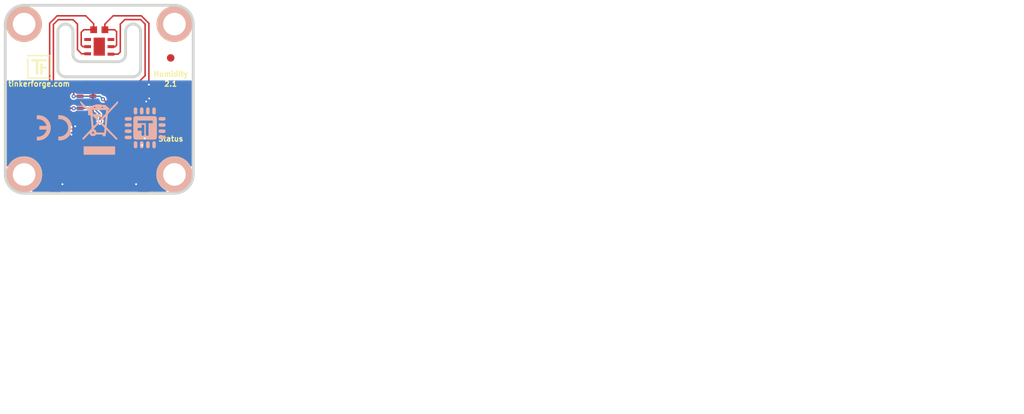
<source format=kicad_pcb>
(kicad_pcb (version 20221018) (generator pcbnew)
  (title_block (title "Humidity Bricklet") (date "2017-05-08") (rev "2.0") (company "Tinkerforge GmbH") (comment 1 "Licensed under CERN OHL v.1.1") (comment 2 "Copyright (©) 2017, B.Nordmeyer <bastian@tinkerforge.com>"))
  (layers (0 "F.Cu" signal) (31 "B.Cu" signal) (34 "B.Paste" user) (35 "F.Paste" user) (36 "B.SilkS" user "B.Silkscreen") (37 "F.SilkS" user "F.Silkscreen") (38 "B.Mask" user) (39 "F.Mask" user) (44 "Edge.Cuts" user))
  (net 0 "")
  (net 1 "GND")
  (net 2 "VCC")
  (net 3 "Net-(D101-Pad2)")
  (net 4 "Net-(P101-Pad4)")
  (net 5 "Net-(P101-Pad5)")
  (net 6 "Net-(P101-Pad6)")
  (net 7 "Net-(C102-Pad2)")
  (net 8 "Net-(R101-Pad1)")
  (net 9 "SDA")
  (net 10 "SCL")
  (net 11 "S-MISO")
  (net 12 "S-CS")
  (net 13 "S-CLK")
  (net 14 "S-MOSI")
  (net 15 "Net-(P102-Pad1)")
  (net 16 "Net-(P103-Pad2)")
  (net 17 "+5V")
  (net 18 "Net-(RP102-Pad6)")
  (net 19 "Net-(RP102-Pad8)")
  (net 20 "Net-(U101-Pad2)")
  (net 21 "Net-(U101-Pad3)")
  (net 22 "Net-(U101-Pad5)")
  (net 23 "Net-(U101-Pad6)")
  (net 24 "Net-(U101-Pad8)")
  (net 25 "Net-(U101-Pad11)")
  (net 26 "Net-(U101-Pad12)")
  (net 27 "Net-(U101-Pad13)")
  (net 28 "Net-(U101-Pad14)")
  (net 29 "Net-(U101-Pad16)")
  (net 30 "Net-(U101-Pad18)")
  (net 31 "Net-(U101-Pad20)")
  (net 32 "Net-(U101-Pad21)")
  (net 33 "Net-(U102-Pad3)")
  (net 34 "Net-(U102-Pad4)")
  (footprint "kicad-libraries:DRILL_NP" (layer "F.Cu") (at 142.6 106 -90)
    (fp_text reference "U106" hide)
    (fp_text value "DRILL" hide)
    (pad "" np_thru_hole circle (at 0 0 270) (size 2.99974 2.99974) (drill 2.99974) (layers "*.Cu" "*.Mask" "F.SilkS") (clearance 0.89916))
  )
  (footprint "kicad-libraries:DRILL_NP" (layer "F.Cu") (at 162.6 106 -90)
    (fp_text reference "U105" hide)
    (fp_text value "DRILL" hide)
    (pad "" np_thru_hole circle (at 0 0 270) (size 2.99974 2.99974) (drill 2.99974) (layers "*.Cu" "*.Mask" "F.SilkS") (clearance 0.89916))
  )
  (footprint "kicad-libraries:DRILL_NP" (layer "F.Cu") (at 142.6 126 -90)
    (fp_text reference "U104" hide)
    (fp_text value "DRILL" hide)
    (pad "" np_thru_hole circle (at 0 0 270) (size 2.99974 2.99974) (drill 2.99974) (layers "*.Cu" "*.Mask" "F.SilkS") (clearance 0.89916))
  )
  (footprint "kicad-libraries:DRILL_NP" (layer "F.Cu") (at 162.6 126 -90)
    (fp_text reference "U103" hide)
    (fp_text value "DRILL" hide)
    (pad "" np_thru_hole circle (at 0 0 270) (size 2.99974 2.99974) (drill 2.99974) (layers "*.Cu" "*.Mask" "F.SilkS") (clearance 0.89916))
  )
  (footprint "kicad-libraries:0603X4" (layer "F.Cu") (at 150.9 116.8 -90)
    (fp_text reference "RP102")
    (fp_text value "4k7")
    (pad "1" smd rect (at 1.19888 -0.8509 270) (size 0.44958 0.89916) (layers "F.Cu" "F.Paste" "F.Mask") (net 2 "VCC"))
    (pad "2" smd rect (at 0.39878 -0.8509 270) (size 0.44958 0.89916) (layers "F.Cu" "F.Paste" "F.Mask") (net 2 "VCC"))
    (pad "3" smd rect (at -0.39878 -0.8509 270) (size 0.44958 0.89916) (layers "F.Cu" "F.Paste" "F.Mask") (net 2 "VCC"))
    (pad "4" smd rect (at -1.19888 -0.8509 270) (size 0.44958 0.89916) (layers "F.Cu" "F.Paste" "F.Mask") (net 2 "VCC"))
    (pad "5" smd rect (at -1.19888 0.8509 270) (size 0.44958 0.89916) (layers "F.Cu" "F.Paste" "F.Mask") (net 9 "SDA"))
    (pad "6" smd rect (at -0.39878 0.8509 270) (size 0.44958 0.89916) (layers "F.Cu" "F.Paste" "F.Mask") (net 18 "Net-(RP102-Pad6)"))
    (pad "7" smd rect (at 0.39878 0.8509 270) (size 0.44958 0.89916) (layers "F.Cu" "F.Paste" "F.Mask") (net 10 "SCL"))
    (pad "8" smd rect (at 1.19888 0.8509 270) (size 0.44958 0.89916) (layers "F.Cu" "F.Paste" "F.Mask") (net 19 "Net-(RP102-Pad8)"))
  )
  (footprint "kicad-libraries:4X0402" (layer "F.Cu") (at 154.5 121.6)
    (fp_text reference "RP101")
    (fp_text value "82")
    (pad "1" smd rect (at -0.7493 0.575 180) (size 0.29972 0.65) (layers "F.Cu" "F.Paste" "F.Mask") (net 4 "Net-(P101-Pad4)"))
    (pad "2" smd rect (at -0.24892 0.575 180) (size 0.29972 0.65) (layers "F.Cu" "F.Paste" "F.Mask") (net 5 "Net-(P101-Pad5)"))
    (pad "3" smd rect (at 0.24892 0.575 180) (size 0.29972 0.65) (layers "F.Cu" "F.Paste" "F.Mask") (net 6 "Net-(P101-Pad6)"))
    (pad "4" smd rect (at 0.7493 0.575 180) (size 0.29972 0.65) (layers "F.Cu" "F.Paste" "F.Mask") (net 7 "Net-(C102-Pad2)"))
    (pad "5" smd rect (at 0.7493 -0.575) (size 0.29972 0.65) (layers "F.Cu" "F.Paste" "F.Mask") (net 11 "S-MISO"))
    (pad "6" smd rect (at 0.24892 -0.575) (size 0.29972 0.65) (layers "F.Cu" "F.Paste" "F.Mask") (net 14 "S-MOSI"))
    (pad "7" smd rect (at -0.24892 -0.575) (size 0.29972 0.65) (layers "F.Cu" "F.Paste" "F.Mask") (net 13 "S-CLK"))
    (pad "8" smd rect (at -0.7493 -0.575) (size 0.29972 0.65) (layers "F.Cu" "F.Paste" "F.Mask") (net 12 "S-CS"))
  )
  (footprint "kicad-libraries:R0603F" (layer "F.Cu") (at 162.1 118.5 180)
    (fp_text reference "R101")
    (fp_text value "1k")
    (pad "1" smd rect (at -0.75 0 180) (size 0.9 0.9) (layers "F.Cu" "F.Paste" "F.Mask") (net 8 "Net-(R101-Pad1)"))
    (pad "2" smd rect (at 0.75 0 180) (size 0.9 0.9) (layers "F.Cu" "F.Paste" "F.Mask") (net 3 "Net-(D101-Pad2)"))
  )
  (footprint "kicad-libraries:CON-SENSOR2" (layer "F.Cu") (at 152.6 128.5)
    (fp_text reference "P101")
    (fp_text value "CON-SENSOR2")
    (pad "1" smd rect (at -3.75 -4.6) (size 0.6 1.8) (layers "F.Cu" "F.Paste" "F.Mask") (net 17 "+5V"))
    (pad "2" smd rect (at -2.5 -4.6) (size 0.6 1.8) (layers "F.Cu" "F.Paste" "F.Mask") (net 1 "GND"))
    (pad "3" smd rect (at -1.25 -4.6) (size 0.6 1.8) (layers "F.Cu" "F.Paste" "F.Mask") (net 2 "VCC"))
    (pad "4" smd rect (at 0 -4.6) (size 0.6 1.8) (layers "F.Cu" "F.Paste" "F.Mask") (net 4 "Net-(P101-Pad4)"))
    (pad "5" smd rect (at 1.25 -4.6) (size 0.6 1.8) (layers "F.Cu" "F.Paste" "F.Mask") (net 5 "Net-(P101-Pad5)"))
    (pad "6" smd rect (at 2.5 -4.6) (size 0.6 1.8) (layers "F.Cu" "F.Paste" "F.Mask") (net 6 "Net-(P101-Pad6)"))
    (pad "7" smd rect (at 3.75 -4.6) (size 0.6 1.8) (layers "F.Cu" "F.Paste" "F.Mask") (net 7 "Net-(C102-Pad2)"))
    (pad "EP" smd rect (at -5.9 -1.2) (size 1.4 2.4) (layers "F.Cu" "F.Paste" "F.Mask") (net 1 "GND"))
    (pad "EP" smd rect (at 5.9 -1.2) (size 1.4 2.4) (layers "F.Cu" "F.Paste" "F.Mask") (net 1 "GND"))
  )
  (footprint "kicad-libraries:D0603F" (layer "F.Cu") (at 162.1 120 180)
    (fp_text reference "D101")
    (fp_text value "blue")
    (pad "1" smd rect (at -0.75 0 180) (size 0.9 0.9) (layers "F.Cu" "F.Paste" "F.Mask") (net 2 "VCC"))
    (pad "2" smd rect (at 0.75 0 180) (size 0.9 0.9) (layers "F.Cu" "F.Paste" "F.Mask") (net 3 "Net-(D101-Pad2)"))
  )
  (footprint "kicad-libraries:C0603F" (layer "F.Cu") (at 152.6 106.75)
    (fp_text reference "C105")
    (fp_text value "100nF")
    (pad "1" smd rect (at -0.75 0) (size 0.9 0.9) (layers "F.Cu" "F.Paste" "F.Mask") (net 2 "VCC"))
    (pad "2" smd rect (at 0.75 0) (size 0.9 0.9) (layers "F.Cu" "F.Paste" "F.Mask") (net 1 "GND"))
  )
  (footprint "kicad-libraries:C0603F" (layer "F.Cu") (at 158.1 115.1 -45)
    (fp_text reference "C104")
    (fp_text value "100nF")
    (pad "1" smd rect (at -0.75 0 315) (size 0.9 0.9) (layers "F.Cu" "F.Paste" "F.Mask") (net 2 "VCC"))
    (pad "2" smd rect (at 0.75 0 315) (size 0.9 0.9) (layers "F.Cu" "F.Paste" "F.Mask") (net 1 "GND"))
  )
  (footprint "kicad-libraries:C0603F" (layer "F.Cu") (at 150.4 120.4)
    (fp_text reference "C103")
    (fp_text value "1uF")
    (pad "1" smd rect (at -0.75 0) (size 0.9 0.9) (layers "F.Cu" "F.Paste" "F.Mask") (net 1 "GND"))
    (pad "2" smd rect (at 0.75 0) (size 0.9 0.9) (layers "F.Cu" "F.Paste" "F.Mask") (net 2 "VCC"))
  )
  (footprint "kicad-libraries:C0402F" (layer "F.Cu") (at 157 122.1 180)
    (fp_text reference "C102")
    (fp_text value "220pF")
    (pad "1" smd rect (at -0.5 0 180) (size 0.6 0.7) (layers "F.Cu" "F.Paste" "F.Mask") (net 1 "GND"))
    (pad "2" smd rect (at 0.5 0 180) (size 0.6 0.7) (layers "F.Cu" "F.Paste" "F.Mask") (net 7 "Net-(C102-Pad2)"))
  )
  (footprint "kicad-libraries:C0805" (layer "F.Cu") (at 150.2 121.9)
    (fp_text reference "C101")
    (fp_text value "10uF")
    (pad "1" smd rect (at -1.00076 0) (size 1.00076 1.24968) (layers "F.Cu" "F.Paste" "F.Mask") (net 1 "GND") (clearance 0.14986))
    (pad "2" smd rect (at 1.00076 0) (size 1.00076 1.24968) (layers "F.Cu" "F.Paste" "F.Mask") (net 2 "VCC") (clearance 0.14986))
  )
  (footprint "kicad-libraries:DFN6-30x30_humidity" (layer "F.Cu") (at 152.6 109 -90)
    (fp_text reference "U102")
    (fp_text value "HDC1080")
    (pad "1" smd rect (at 1 -1.55 270) (size 0.4 0.9) (layers "F.Cu" "F.Paste" "F.Mask") (net 9 "SDA"))
    (pad "2" smd rect (at 0 -1.55 270) (size 0.4 0.9) (layers "F.Cu" "F.Paste" "F.Mask") (net 1 "GND"))
    (pad "3" smd rect (at -0.95 -1.55 270) (size 0.4 0.9) (layers "F.Cu" "F.Paste" "F.Mask") (net 33 "Net-(U102-Pad3)"))
    (pad "4" smd rect (at -0.95 1.55 270) (size 0.4 0.9) (layers "F.Cu" "F.Paste" "F.Mask") (net 34 "Net-(U102-Pad4)"))
    (pad "5" smd rect (at 0 1.55 270) (size 0.4 0.9) (layers "F.Cu" "F.Paste" "F.Mask") (net 2 "VCC"))
    (pad "6" smd rect (at 0.95 1.55 270) (size 0.4 0.9) (layers "F.Cu" "F.Paste" "F.Mask") (net 10 "SCL"))
    (pad "EXP" smd rect (at 0 0 270) (size 2.4 1.5) (layers "F.Cu" "F.Paste" "F.Mask"))
  )
  (footprint "kicad-libraries:QFN24-4x4mm-0.5mm" (layer "F.Cu") (at 155.7 117.5 135)
    (fp_text reference "U101")
    (fp_text value "XMC1100-16")
    (pad "1" smd oval (at -2.025 -1.25 135) (size 1 0.3) (layers "F.Cu" "F.Paste" "F.Mask") (net 11 "S-MISO"))
    (pad "2" smd oval (at -2.025 -0.75 135) (size 1 0.3) (layers "F.Cu" "F.Paste" "F.Mask") (net 20 "Net-(U101-Pad2)"))
    (pad "3" smd oval (at -2.025 -0.25 135) (size 1 0.3) (layers "F.Cu" "F.Paste" "F.Mask") (net 21 "Net-(U101-Pad3)"))
    (pad "4" smd oval (at -2.025 0.25 135) (size 1 0.3) (layers "F.Cu" "F.Paste" "F.Mask") (net 16 "Net-(P103-Pad2)"))
    (pad "5" smd oval (at -2.025 0.75 135) (size 1 0.3) (layers "F.Cu" "F.Paste" "F.Mask") (net 22 "Net-(U101-Pad5)"))
    (pad "6" smd oval (at -2.025 1.25 135) (size 1 0.3) (layers "F.Cu" "F.Paste" "F.Mask") (net 23 "Net-(U101-Pad6)"))
    (pad "7" smd oval (at -1.25 2.025 225) (size 1 0.3) (layers "F.Cu" "F.Paste" "F.Mask") (net 8 "Net-(R101-Pad1)"))
    (pad "8" smd oval (at -0.75 2.025 225) (size 1 0.3) (layers "F.Cu" "F.Paste" "F.Mask") (net 24 "Net-(U101-Pad8)"))
    (pad "9" smd oval (at -0.25 2.025 225) (size 1 0.3) (layers "F.Cu" "F.Paste" "F.Mask") (net 1 "GND"))
    (pad "10" smd oval (at 0.25 2.025 225) (size 1 0.3) (layers "F.Cu" "F.Paste" "F.Mask") (net 2 "VCC"))
    (pad "11" smd oval (at 0.75 2.025 225) (size 1 0.3) (layers "F.Cu" "F.Paste" "F.Mask") (net 25 "Net-(U101-Pad11)"))
    (pad "12" smd oval (at 1.25 2.025 225) (size 1 0.3) (layers "F.Cu" "F.Paste" "F.Mask") (net 26 "Net-(U101-Pad12)"))
    (pad "13" smd oval (at 2.025 1.25 135) (size 1 0.3) (layers "F.Cu" "F.Paste" "F.Mask") (net 27 "Net-(U101-Pad13)"))
    (pad "14" smd oval (at 2.025 0.75 135) (size 1 0.3) (layers "F.Cu" "F.Paste" "F.Mask") (net 28 "Net-(U101-Pad14)"))
    (pad "15" smd oval (at 2.025 0.25 135) (size 1 0.3) (layers "F.Cu" "F.Paste" "F.Mask") (net 15 "Net-(P102-Pad1)"))
    (pad "16" smd oval (at 2.025 -0.25 135) (size 1 0.3) (layers "F.Cu" "F.Paste" "F.Mask") (net 29 "Net-(U101-Pad16)"))
    (pad "17" smd oval (at 2.025 -0.75 135) (size 1 0.3) (layers "F.Cu" "F.Paste" "F.Mask") (net 9 "SDA"))
    (pad "18" smd oval (at 2.025 -1.25 135) (size 1 0.3) (layers "F.Cu" "F.Paste" "F.Mask") (net 30 "Net-(U101-Pad18)"))
    (pad "19" smd oval (at 1.25 -2.025 225) (size 1 0.3) (layers "F.Cu" "F.Paste" "F.Mask") (net 10 "SCL"))
    (pad "20" smd oval (at 0.75 -2.025 225) (size 1 0.3) (layers "F.Cu" "F.Paste" "F.Mask") (net 31 "Net-(U101-Pad20)"))
    (pad "21" smd oval (at 0.25 -2.025 225) (size 1 0.3) (layers "F.Cu" "F.Paste" "F.Mask") (net 32 "Net-(U101-Pad21)"))
    (pad "22" smd oval (at -0.25 -2.025 225) (size 1 0.3) (layers "F.Cu" "F.Paste" "F.Mask") (net 12 "S-CS"))
    (pad "23" smd oval (at -0.75 -2.025 225) (size 1 0.3) (layers "F.Cu" "F.Paste" "F.Mask") (net 13 "S-CLK"))
    (pad "24" smd oval (at -1.25 -2.025 225) (size 1 0.3) (layers "F.Cu" "F.Paste" "F.Mask") (net 14 "S-MOSI"))
    (pad "EXP" smd rect (at -0.65 -0.65 135) (size 1.3 1.3) (layers "F.Cu" "F.Paste" "F.Mask") (net 1 "GND"))
    (pad "EXP" smd rect (at -0.65 0.65 135) (size 1.3 1.3) (layers "F.Cu" "F.Paste" "F.Mask") (net 1 "GND"))
    (pad "EXP" smd rect (at 0.65 -0.65 135) (size 1.3 1.3) (layers "F.Cu" "F.Paste" "F.Mask") (net 1 "GND"))
    (pad "EXP" smd rect (at 0.65 0.65 135) (size 1.3 1.3) (layers "F.Cu" "F.Paste" "F.Mask") (net 1 "GND"))
  )
  (footprint "kicad-libraries:SolderJumper" (layer "F.Cu") (at 158.65 120.15 90)
    (fp_text reference "P103")
    (fp_text value "BOOT")
    (pad "1" smd rect (at -0.5 0 90) (size 0.4 1.4) (layers "F.Cu" "F.Mask") (net 1 "GND"))
    (pad "1" smd rect (at -0.225 -0.55 90) (size 0.95 0.3) (layers "F.Cu" "F.Mask") (net 1 "GND"))
    (pad "1" smd rect (at -0.225 0.55 90) (size 0.95 0.3) (layers "F.Cu" "F.Mask") (net 1 "GND"))
    (pad "2" smd rect (at 0.15 0 90) (size 0.6 0.5) (layers "F.Cu" "F.Mask") (net 16 "Net-(P103-Pad2)"))
    (pad "2" smd rect (at 0.55 0 90) (size 0.3 1.4) (layers "F.Cu" "F.Mask") (net 16 "Net-(P103-Pad2)"))
  )
  (footprint "kicad-libraries:Logo_31x31" (layer "F.Cu") (at 143 110.1)
    (fp_text reference "G***" hide)
    (fp_text value "Logo_31x31" hide)
  )
  (footprint "kicad-libraries:Fiducial_Mark" (layer "F.Cu") (at 143.1 120.5 -90)
    (fp_text reference "Fiducial_Mark" hide)
    (fp_text value "VAL**" hide)
    (pad "1" smd circle (at 0 0 270) (size 1.00076 1.00076) (layers "F.Cu" "F.Paste" "F.Mask") (clearance 0.65024))
  )
  (footprint "kicad-libraries:Fiducial_Mark" (layer "F.Cu") (at 162.1 110.5 -90)
    (fp_text reference "Fiducial_Mark" hide)
    (fp_text value "VAL**" hide)
    (pad "1" smd circle (at 0 0 270) (size 1.00076 1.00076) (layers "F.Cu" "F.Paste" "F.Mask") (clearance 0.65024))
  )
  (footprint "kicad-libraries:DEBUG_PAD" (layer "F.Cu") (at 153.5 114.9 180)
    (fp_text reference "P102")
    (fp_text value "DEBUG")
    (pad "1" smd circle (at 0 0 180) (size 0.7 0.7) (layers "F.Cu" "F.Paste" "F.Mask") (net 15 "Net-(P102-Pad1)"))
  )
  (footprint "kicad-libraries:Fiducial_Mark" (layer "F.Cu") (at 143.1 115.5)
    (fp_text reference "Fiducial_Mark" hide)
    (fp_text value "VAL**" hide)
    (pad "1" smd circle (at 0 0) (size 1.00076 1.00076) (layers "F.Cu" "F.Paste" "F.Mask") (clearance 0.65024))
  )
  (footprint "kicad-libraries:Logo_CoMCU" (layer "B.Cu") (at 158.7 119.8 180)
    (fp_text reference "G***" hide)
    (fp_text value "LOGO" hide)
  )
  (footprint "kicad-libraries:WEEE_7mm" (layer "B.Cu") (at 152.6 119.8 180)
    (fp_text reference "G***" hide)
    (fp_text value "LOGO" hide)
  )
  (footprint "kicad-libraries:CE_5mm" (layer "B.Cu") (at 146.6 119.8 180)
    (fp_text reference "VAL" hide)
    (fp_text value "CE_5mm" hide)
  )
  (gr_line (start 142.6 128.5) (end 162.6 128.5) (stroke (width 0.381)) (layer "Edge.Cuts"))
  (gr_arc (start 165.1 126) (mid 164.367767 127.767767) (end 162.6 128.5) (stroke (width 0.381)) (layer "Edge.Cuts"))
  (gr_arc (start 142.6 128.5) (mid 140.832233 127.767767) (end 140.1 126) (stroke (width 0.381)) (layer "Edge.Cuts"))
  (gr_arc (start 162.6 103.5) (mid 164.367767 104.232233) (end 165.1 106) (stroke (width 0.381)) (layer "Edge.Cuts"))
  (gr_arc (start 150.1 111) (mid 149.392893 110.707107) (end 149.1 110) (stroke (width 0.381)) (layer "Edge.Cuts"))
  (gr_arc (start 147.1 107) (mid 147.392893 106.292893) (end 148.1 106) (stroke (width 0.381)) (layer "Edge.Cuts"))
  (gr_arc (start 140.1 106) (mid 140.832233 104.232233) (end 142.6 103.5) (stroke (width 0.381)) (layer "Edge.Cuts"))
  (gr_arc (start 156.1 110) (mid 155.807107 110.707107) (end 155.1 111) (stroke (width 0.381)) (layer "Edge.Cuts"))
  (gr_arc (start 148.1 113) (mid 147.392893 112.707107) (end 147.1 112) (stroke (width 0.381)) (layer "Edge.Cuts"))
  (gr_line (start 156.1 110) (end 156.1 107) (stroke (width 0.381)) (layer "Edge.Cuts"))
  (gr_arc (start 156.1 107) (mid 156.392893 106.292893) (end 157.1 106) (stroke (width 0.381)) (layer "Edge.Cuts"))
  (gr_line (start 158.1 107) (end 158.1 112) (stroke (width 0.381)) (layer "Edge.Cuts"))
  (gr_line (start 147.1 112) (end 147.1 107) (stroke (width 0.381)) (layer "Edge.Cuts"))
  (gr_arc (start 148.1 106) (mid 148.807107 106.292893) (end 149.1 107) (stroke (width 0.381)) (layer "Edge.Cuts"))
  (gr_line (start 165.1 106) (end 165.1 126) (stroke (width 0.381)) (layer "Edge.Cuts"))
  (gr_line (start 157.1 113) (end 148.1 113) (stroke (width 0.381)) (layer "Edge.Cuts"))
  (gr_line (start 142.6 103.5) (end 162.6 103.5) (stroke (width 0.381)) (layer "Edge.Cuts"))
  (gr_arc (start 157.1 106) (mid 157.807107 106.292893) (end 158.1 107) (stroke (width 0.381)) (layer "Edge.Cuts"))
  (gr_line (start 140.1 126) (end 140.1 106) (stroke (width 0.381)) (layer "Edge.Cuts"))
  (gr_line (start 150.1 111) (end 155.1 111) (stroke (width 0.381)) (layer "Edge.Cuts"))
  (gr_arc (start 158.1 112) (mid 157.807107 112.707107) (end 157.1 113) (stroke (width 0.381)) (layer "Edge.Cuts"))
  (gr_line (start 149.1 107) (end 149.1 110) (stroke (width 0.381)) (layer "Edge.Cuts"))
  (gr_text "2.1" (at 162.1 113.95) (layer "F.SilkS") (effects (font (size 0.7 0.7))))
  (gr_text "Status" (at 162.1 121.25) (layer "F.SilkS") (effects (font (size 0.7 0.7))))
  (gr_text "tinkerforge.com" (at 144.6 113.95) (layer "F.SilkS") (effects (font (size 0.7 0.7))))
  (gr_text "Humidity" (at 162.1 112.65) (layer "F.SilkS") (effects (font (size 0.7 0.7))))
  (segment (start 158.46066 115.8) (end 158.63033 115.63033) (width 0.25) (layer "F.Cu") (net 1))
  (segment (start 157.753553 115.8) (end 158.46066 115.8) (width 0.25) (layer "F.Cu") (net 1))
  (segment (start 157.308668 116.244885) (end 157.753553 115.8) (width 0.25) (layer "F.Cu") (net 1))
  (segment (start 149.2 120.4) (end 148.9 120.7) (width 0.5) (layer "F.Cu") (net 1))
  (segment (start 149.65 120.4) (end 149.2 120.4) (width 0.5) (layer "F.Cu") (net 1))
  (segment (start 149.1 120.4) (end 148.9 120.2) (width 0.5) (layer "F.Cu") (net 1))
  (segment (start 149.65 120.4) (end 149.1 120.4) (width 0.5) (layer "F.Cu") (net 1))
  (segment (start 149 119.7) (end 148.9 119.7) (width 0.5) (layer "F.Cu") (net 1))
  (segment (start 149.65 120.35) (end 149 119.7) (width 0.5) (layer "F.Cu") (net 1))
  (segment (start 149.65 120.4) (end 149.65 120.35) (width 0.5) (layer "F.Cu") (net 1))
  (segment (start 149.65 119.85) (end 149.4 119.6) (width 0.5) (layer "F.Cu") (net 1))
  (segment (start 149.65 120.4) (end 149.65 119.85) (width 0.5) (layer "F.Cu") (net 1))
  (segment (start 149.19924 122.39924) (end 149.19924 121.9) (width 0.5) (layer "F.Cu") (net 1))
  (segment (start 150.1 123.3) (end 149.19924 122.39924) (width 0.5) (layer "F.Cu") (net 1))
  (segment (start 150.1 123.9) (end 150.1 123.3) (width 0.5) (layer "F.Cu") (net 1))
  (segment (start 149.65 120.85) (end 149.65 120.4) (width 0.5) (layer "F.Cu") (net 1))
  (segment (start 149.19924 121.30076) (end 149.65 120.85) (width 0.5) (layer "F.Cu") (net 1))
  (segment (start 149.19924 121.9) (end 149.19924 121.30076) (width 0.5) (layer "F.Cu") (net 1))
  (segment (start 146.7 127.3) (end 147.7 127.3) (width 0.5) (layer "F.Cu") (net 1))
  (segment (start 158.5 127.3) (end 157.5 127.3) (width 0.5) (layer "F.Cu") (net 1))
  (segment (start 157.65 122.1) (end 158.3 122.1) (width 0.5) (layer "F.Cu") (net 1))
  (segment (start 155.7 118.419239) (end 156.619239 117.5) (width 0.25) (layer "F.Cu") (net 1))
  (segment (start 154.780761 117.5) (end 155.7 116.580761) (width 0.25) (layer "F.Cu") (net 1))
  (segment (start 156.619239 117.5) (end 155.7 116.580761) (width 0.25) (layer "F.Cu") (net 1))
  (segment (start 156.619239 116.934314) (end 156.619239 117.5) (width 0.25) (layer "F.Cu") (net 1))
  (segment (start 157.308668 116.244885) (end 156.619239 116.934314) (width 0.25) (layer "F.Cu") (net 1))
  (segment (start 158.65 120.65) (end 158.65 121.2) (width 0.25) (layer "F.Cu") (net 1))
  (segment (start 159.2 120.35) (end 159.2 120.375) (width 0.25) (layer "F.Cu") (net 1))
  (segment (start 159.2 120.65) (end 159.2 120.35) (width 0.25) (layer "F.Cu") (net 1))
  (segment (start 158.65 120.65) (end 159.2 120.65) (width 0.25) (layer "F.Cu") (net 1))
  (segment (start 158.1 120.35) (end 158.1 120.375) (width 0.25) (layer "F.Cu") (net 1))
  (segment (start 158.1 120.65) (end 158.1 120.35) (width 0.25) (layer "F.Cu") (net 1))
  (segment (start 158.65 120.65) (end 158.1 120.65) (width 0.25) (layer "F.Cu") (net 1))
  (segment (start 158.2 104.9) (end 159.2 105.9) (width 0.2) (layer "F.Cu") (net 1))
  (segment (start 159.130764 116.019238) (end 159.250002 115.9) (width 0.5) (layer "F.Cu") (net 1))
  (segment (start 159.2 105.9) (end 159.2 113.661092) (width 0.2) (layer "F.Cu") (net 1))
  (segment (start 154.9 107) (end 154.9 108.8) (width 0.2) (layer "F.Cu") (net 1))
  (segment (start 158.63033 115.63033) (end 159.019238 116.019238) (width 0.5) (layer "F.Cu") (net 1))
  (segment (start 159.019238 116.130762) (end 158.85 116.3) (width 0.5) (layer "F.Cu") (net 1))
  (segment (start 154.45 104.9) (end 158.2 104.9) (width 0.2) (layer "F.Cu") (net 1))
  (segment (start 154.7 109) (end 154.15 109) (width 0.2) (layer "F.Cu") (net 1))
  (segment (start 154.9 108.8) (end 154.7 109) (width 0.2) (layer "F.Cu") (net 1))
  (segment (start 159.019238 116.019238) (end 159.019238 116.130762) (width 0.5) (layer "F.Cu") (net 1))
  (segment (start 153.35 106.75) (end 154.65 106.75) (width 0.2) (layer "F.Cu") (net 1))
  (segment (start 153.35 106.75) (end 153.35 106) (width 0.2) (layer "F.Cu") (net 1))
  (segment (start 154.65 106.75) (end 154.9 107) (width 0.2) (layer "F.Cu") (net 1))
  (segment (start 159.019238 116.019238) (end 159.130764 116.019238) (width 0.5) (layer "F.Cu") (net 1))
  (segment (start 159.2 113.661092) (end 159.2 114.05) (width 0.2) (layer "F.Cu") (net 1))
  (segment (start 153.35 106) (end 154.45 104.9) (width 0.2) (layer "F.Cu") (net 1))
  (via (at 148.9 120.7) (size 0.55) (drill 0.25) (layers "F.Cu" "B.Cu") (net 1))
  (via (at 148.9 120.2) (size 0.55) (drill 0.25) (layers "F.Cu" "B.Cu") (net 1))
  (via (at 148.9 119.7) (size 0.55) (drill 0.25) (layers "F.Cu" "B.Cu") (net 1))
  (via (at 149.4 119.6) (size 0.55) (drill 0.25) (layers "F.Cu" "B.Cu") (net 1))
  (via (at 147.7 127.3) (size 0.55) (drill 0.25) (layers "F.Cu" "B.Cu") (net 1))
  (via (at 157.5 127.3) (size 0.55) (drill 0.25) (layers "F.Cu" "B.Cu") (net 1))
  (via (at 158.3 122.1) (size 0.55) (drill 0.25) (layers "F.Cu" "B.Cu") (net 1))
  (via (at 158.65 121.2) (size 0.55) (drill 0.25) (layers "F.Cu" "B.Cu") (net 1))
  (via (at 158.85 116.3) (size 0.55) (drill 0.25) (layers "F.Cu" "B.Cu") (net 1))
  (via (at 159.2 114.05) (size 0.55) (drill 0.25) (layers "F.Cu" "B.Cu") (net 1))
  (via (at 159.250002 115.9) (size 0.55) (drill 0.25) (layers "F.Cu" "B.Cu") (net 1))
  (segment (start 151.35 123.9) (end 151.35 122.85) (width 0.5) (layer "F.Cu") (net 2))
  (segment (start 151.20076 120.45076) (end 151.15 120.4) (width 0.5) (layer "F.Cu") (net 2))
  (segment (start 157.4 114.73934) (end 157.56967 114.56967) (width 0.25) (layer "F.Cu") (net 2))
  (segment (start 157.4 115.446447) (end 157.4 114.73934) (width 0.25) (layer "F.Cu") (net 2))
  (segment (start 156.955115 115.891332) (end 157.4 115.446447) (width 0.25) (layer "F.Cu") (net 2))
  (segment (start 151.35 122.85) (end 151.20076 122.70076) (width 0.5) (layer "F.Cu") (net 2))
  (segment (start 151.20076 122.70076) (end 151.20076 121.9) (width 0.5) (layer "F.Cu") (net 2))
  (segment (start 151.20076 121.9) (end 151.20076 120.45076) (width 0.5) (layer "F.Cu") (net 2))
  (segment (start 151.15 120.4) (end 151.15 120.05) (width 0.25) (layer "F.Cu") (net 2))
  (segment (start 151.15 119.65) (end 151.7509 119.0491) (width 0.25) (layer "F.Cu") (net 2))
  (segment (start 151.7509 119.0491) (end 151.7509 117.99888) (width 0.25) (layer "F.Cu") (net 2))
  (segment (start 151.15 120.4) (end 151.15 119.65) (width 0.25) (layer "F.Cu") (net 2))
  (segment (start 151.7509 117.99888) (end 151.7509 117.19878) (width 0.25) (layer "F.Cu") (net 2))
  (segment (start 151.7509 117.19878) (end 151.7509 116.40122) (width 0.25) (layer "F.Cu") (net 2))
  (segment (start 151.7509 116.40122) (end 151.7509 115.60112) (width 0.25) (layer "F.Cu") (net 2))
  (segment (start 151.7509 115.3491) (end 152.9 114.2) (width 0.25) (layer "F.Cu") (net 2))
  (segment (start 152.9 114.2) (end 154.1 114.2) (width 0.25) (layer "F.Cu") (net 2))
  (segment (start 154.1 114.2) (end 157.2 114.2) (width 0.25) (layer "F.Cu") (net 2))
  (segment (start 157.2 114.2) (end 157.56967 114.56967) (width 0.25) (layer "F.Cu") (net 2))
  (segment (start 151.7509 115.60112) (end 151.7509 115.3491) (width 0.25) (layer "F.Cu") (net 2))
  (segment (start 148 118.8) (end 150.3 118.8) (width 0.2) (layer "F.Cu") (net 2))
  (segment (start 163.5 120) (end 162.85 120) (width 0.2) (layer "F.Cu") (net 2))
  (segment (start 150.2 107.1) (end 150.55 106.75) (width 0.2) (layer "F.Cu") (net 2))
  (segment (start 150.2 108.8) (end 150.2 107.1) (width 0.2) (layer "F.Cu") (net 2))
  (segment (start 146 105.9) (end 146 116.8) (width 0.2) (layer "F.Cu") (net 2))
  (segment (start 163.9 117.7) (end 163.9 119.6) (width 0.2) (layer "F.Cu") (net 2))
  (segment (start 150.3 118.8) (end 151.15 119.65) (width 0.2) (layer "F.Cu") (net 2))
  (segment (start 150.4 109) (end 150.2 108.8) (width 0.2) (layer "F.Cu") (net 2))
  (segment (start 158.91967 114.56967) (end 160.7 116.35) (width 0.2) (layer "F.Cu") (net 2))
  (segment (start 160.7 116.35) (end 162.55 116.35) (width 0.2) (layer "F.Cu") (net 2))
  (segment (start 151.05 109) (end 150.4 109) (width 0.2) (layer "F.Cu") (net 2))
  (segment (start 163.9 119.6) (end 163.5 120) (width 0.2) (layer "F.Cu") (net 2))
  (segment (start 151.85 105.95) (end 150.8 104.9) (width 0.2) (layer "F.Cu") (net 2))
  (segment (start 151.85 106.75) (end 151.85 105.95) (width 0.2) (layer "F.Cu") (net 2))
  (segment (start 162.55 116.35) (end 163.9 117.7) (width 0.2) (layer "F.Cu") (net 2))
  (segment (start 146 116.8) (end 148 118.8) (width 0.2) (layer "F.Cu") (net 2))
  (segment (start 150.8 104.9) (end 147 104.9) (width 0.2) (layer "F.Cu") (net 2))
  (segment (start 150.55 106.75) (end 151.85 106.75) (width 0.2) (layer "F.Cu") (net 2))
  (segment (start 147 104.9) (end 146 105.9) (width 0.2) (layer "F.Cu") (net 2))
  (segment (start 157.56967 114.56967) (end 158.91967 114.56967) (width 0.2) (layer "F.Cu") (net 2))
  (segment (start 161.35 118.5) (end 161.35 120) (width 0.2) (layer "F.Cu") (net 3))
  (segment (start 152.6 123.1) (end 152.6 123.9) (width 0.25) (layer "F.Cu") (net 4))
  (segment (start 153.1 122.6) (end 152.6 123.1) (width 0.25) (layer "F.Cu") (net 4))
  (segment (start 153.5 122.6) (end 153.1 122.6) (width 0.25) (layer "F.Cu") (net 4))
  (segment (start 153.7507 122.3493) (end 153.5 122.6) (width 0.25) (layer "F.Cu") (net 4))
  (segment (start 153.7507 122.175) (end 153.7507 122.3493) (width 0.25) (layer "F.Cu") (net 4))
  (segment (start 153.85 123.05) (end 153.85 123.9) (width 0.25) (layer "F.Cu") (net 5))
  (segment (start 154.25108 122.64892) (end 153.85 123.05) (width 0.25) (layer "F.Cu") (net 5))
  (segment (start 154.25108 122.175) (end 154.25108 122.64892) (width 0.25) (layer "F.Cu") (net 5))
  (segment (start 155.1 123) (end 155.1 123.9) (width 0.25) (layer "F.Cu") (net 6))
  (segment (start 154.74892 122.64892) (end 155.1 123) (width 0.25) (layer "F.Cu") (net 6))
  (segment (start 154.74892 122.175) (end 154.74892 122.64892) (width 0.25) (layer "F.Cu") (net 6))
  (segment (start 155.3243 122.1) (end 156.35 122.1) (width 0.25) (layer "F.Cu") (net 7))
  (segment (start 155.2493 122.175) (end 155.3243 122.1) (width 0.25) (layer "F.Cu") (net 7))
  (segment (start 156.35 123.9) (end 156.35 122.1) (width 0.25) (layer "F.Cu") (net 7))
  (segment (start 158.327907 116.951992) (end 158.015775 116.951992) (width 0.2) (layer "F.Cu") (net 8))
  (segment (start 162.85 118.5) (end 162.85 117.85) (width 0.2) (layer "F.Cu") (net 8))
  (segment (start 161.951992 116.951992) (end 158.327907 116.951992) (width 0.2) (layer "F.Cu") (net 8))
  (segment (start 162.85 117.85) (end 161.951992 116.951992) (width 0.2) (layer "F.Cu") (net 8))
  (segment (start 153.13934 116) (end 153.737779 116.598439) (width 0.2) (layer "F.Cu") (net 9))
  (segment (start 153.13934 116) (end 153.1 116) (width 0.2) (layer "F.Cu") (net 9))
  (segment (start 157.95 113.6) (end 158.7 112.85) (width 0.2) (layer "F.Cu") (net 9))
  (segment (start 155.4 109.7) (end 155.1 110) (width 0.2) (layer "F.Cu") (net 9))
  (segment (start 149.2 115) (end 150.6 113.6) (width 0.2) (layer "F.Cu") (net 9))
  (segment (start 158.1 105.4) (end 156 105.4) (width 0.2) (layer "F.Cu") (net 9))
  (segment (start 158.7 106) (end 158.1 105.4) (width 0.2) (layer "F.Cu") (net 9))
  (segment (start 156 105.4) (end 155.4 106) (width 0.2) (layer "F.Cu") (net 9))
  (segment (start 149.2 115.6) (end 149.2 115) (width 0.2) (layer "F.Cu") (net 9))
  (segment (start 149.20112 115.60112) (end 149.2 115.6) (width 0.2) (layer "F.Cu") (net 9))
  (segment (start 155.4 106) (end 155.4 109.7) (width 0.2) (layer "F.Cu") (net 9))
  (segment (start 150.6 113.6) (end 157.95 113.6) (width 0.2) (layer "F.Cu") (net 9))
  (segment (start 155.1 110) (end 154.15 110) (width 0.2) (layer "F.Cu") (net 9))
  (segment (start 158.7 112.85) (end 158.7 106) (width 0.2) (layer "F.Cu") (net 9))
  (segment (start 150.0491 115.60112) (end 149.20112 115.60112) (width 0.2) (layer "F.Cu") (net 9))
  (via (at 153.1 116) (size 0.55) (drill 0.25) (layers "F.Cu" "B.Cu") (net 9))
  (via (at 149.2 115.6) (size 0.55) (drill 0.25) (layers "F.Cu" "B.Cu") (net 9))
  (segment (start 149.588908 115.6) (end 149.2 115.6) (width 0.2) (layer "B.Cu") (net 9))
  (segment (start 153.1 116) (end 152.7 115.6) (width 0.2) (layer "B.Cu") (net 9))
  (segment (start 152.7 115.6) (end 149.588908 115.6) (width 0.2) (layer "B.Cu") (net 9))
  (segment (start 152.7 118.732233) (end 153.384225 118.048008) (width 0.2) (layer "F.Cu") (net 10))
  (segment (start 152.7 118.732233) (end 152.7 118.9) (width 0.2) (layer "F.Cu") (net 10))
  (segment (start 149.2 117.2) (end 147.8 117.2) (width 0.2) (layer "F.Cu") (net 10))
  (segment (start 150.0491 117.19878) (end 149.20122 117.19878) (width 0.2) (layer "F.Cu") (net 10))
  (segment (start 146.5 106.05) (end 147.135902 105.414098) (width 0.2) (layer "F.Cu") (net 10))
  (segment (start 149.7 109.4) (end 150.25 109.95) (width 0.2) (layer "F.Cu") (net 10))
  (segment (start 149.7 106) (end 149.7 109.4) (width 0.2) (layer "F.Cu") (net 10))
  (segment (start 146.5 115.9) (end 146.5 106.05) (width 0.2) (layer "F.Cu") (net 10))
  (segment (start 147.8 117.2) (end 146.5 115.9) (width 0.2) (layer "F.Cu") (net 10))
  (segment (start 150.25 109.95) (end 151.05 109.95) (width 0.2) (layer "F.Cu") (net 10))
  (segment (start 149.114098 105.414098) (end 149.7 106) (width 0.2) (layer "F.Cu") (net 10))
  (segment (start 147.135902 105.414098) (end 149.114098 105.414098) (width 0.2) (layer "F.Cu") (net 10))
  (segment (start 149.20122 117.19878) (end 149.2 117.2) (width 0.2) (layer "F.Cu") (net 10))
  (via (at 152.7 118.9) (size 0.55) (drill 0.25) (layers "F.Cu" "B.Cu") (net 10))
  (via (at 149.2 117.2) (size 0.55) (drill 0.25) (layers "F.Cu" "B.Cu") (net 10))
  (segment (start 151.9 117.2) (end 149.2 117.2) (width 0.2) (layer "B.Cu") (net 10))
  (segment (start 152.7 118.9) (end 152.7 118) (width 0.2) (layer "B.Cu") (net 10))
  (segment (start 152.7 118) (end 151.9 117.2) (width 0.2) (layer "B.Cu") (net 10))
  (segment (start 155.2493 120.814483) (end 155.2493 121.025) (width 0.25) (layer "F.Cu") (net 11))
  (segment (start 156.248008 119.815775) (end 155.2493 120.814483) (width 0.25) (layer "F.Cu") (net 11))
  (segment (start 153.7507 119.802853) (end 153.7507 121.025) (width 0.25) (layer "F.Cu") (net 12))
  (segment (start 154.444885 119.108668) (end 153.7507 119.802853) (width 0.25) (layer "F.Cu") (net 12))
  (segment (start 154.25108 120.00958) (end 154.25108 121.025) (width 0.25) (layer "F.Cu") (net 13))
  (segment (start 154.798439 119.462221) (end 154.25108 120.00958) (width 0.25) (layer "F.Cu") (net 13))
  (segment (start 154.74892 120.218847) (end 154.74892 121.025) (width 0.25) (layer "F.Cu") (net 14))
  (segment (start 155.151992 119.815775) (end 154.74892 120.218847) (width 0.25) (layer "F.Cu") (net 14))
  (segment (start 153.5 114.946447) (end 153.5 114.9) (width 0.25) (layer "F.Cu") (net 15))
  (segment (start 154.444885 115.891332) (end 153.5 114.946447) (width 0.25) (layer "F.Cu") (net 15))
  (segment (start 158.65 120) (end 158.65 119.6) (width 0.25) (layer "F.Cu") (net 16))
  (segment (start 157.732931 119.179378) (end 157.308668 118.755115) (width 0.2) (layer "F.Cu") (net 16))
  (segment (start 158.65 119.849998) (end 158.450001 119.649999) (width 0.2) (layer "F.Cu") (net 16))
  (segment (start 158.65 120) (end 158.65 119.849998) (width 0.2) (layer "F.Cu") (net 16))
  (segment (start 158.203552 119.649999) (end 157.732931 119.179378) (width 0.2) (layer "F.Cu") (net 16))
  (segment (start 158.450001 119.649999) (end 158.203552 119.649999) (width 0.2) (layer "F.Cu") (net 16))
  (zone (net 1) (net_name "GND") (layer "B.Cu") (connect_pads yes (clearance 0.2)) (min_thickness 0.2) (fill yes (thermal_gap 0.21) (thermal_bridge_width 0.21))
    (polygon (pts (xy 165.1 113.5) (xy 165.1 128.5) (xy 140.1 128.5) (xy 140.1 113.5)))
  )
)
</source>
